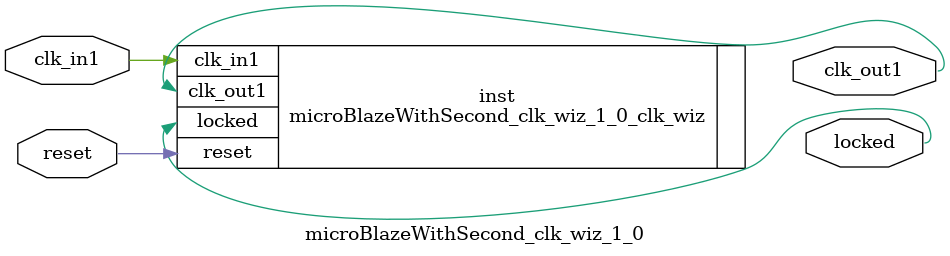
<source format=v>


`timescale 1ps/1ps

(* CORE_GENERATION_INFO = "microBlazeWithSecond_clk_wiz_1_0,clk_wiz_v6_0_9_0_0,{component_name=microBlazeWithSecond_clk_wiz_1_0,use_phase_alignment=true,use_min_o_jitter=false,use_max_i_jitter=false,use_dyn_phase_shift=false,use_inclk_switchover=false,use_dyn_reconfig=false,enable_axi=0,feedback_source=FDBK_AUTO,PRIMITIVE=MMCM,num_out_clk=1,clkin1_period=10.000,clkin2_period=10.000,use_power_down=false,use_reset=true,use_locked=true,use_inclk_stopped=false,feedback_type=SINGLE,CLOCK_MGR_TYPE=NA,manual_override=false}" *)

module microBlazeWithSecond_clk_wiz_1_0 
 (
  // Clock out ports
  output        clk_out1,
  // Status and control signals
  input         reset,
  output        locked,
 // Clock in ports
  input         clk_in1
 );

  microBlazeWithSecond_clk_wiz_1_0_clk_wiz inst
  (
  // Clock out ports  
  .clk_out1(clk_out1),
  // Status and control signals               
  .reset(reset), 
  .locked(locked),
 // Clock in ports
  .clk_in1(clk_in1)
  );

endmodule

</source>
